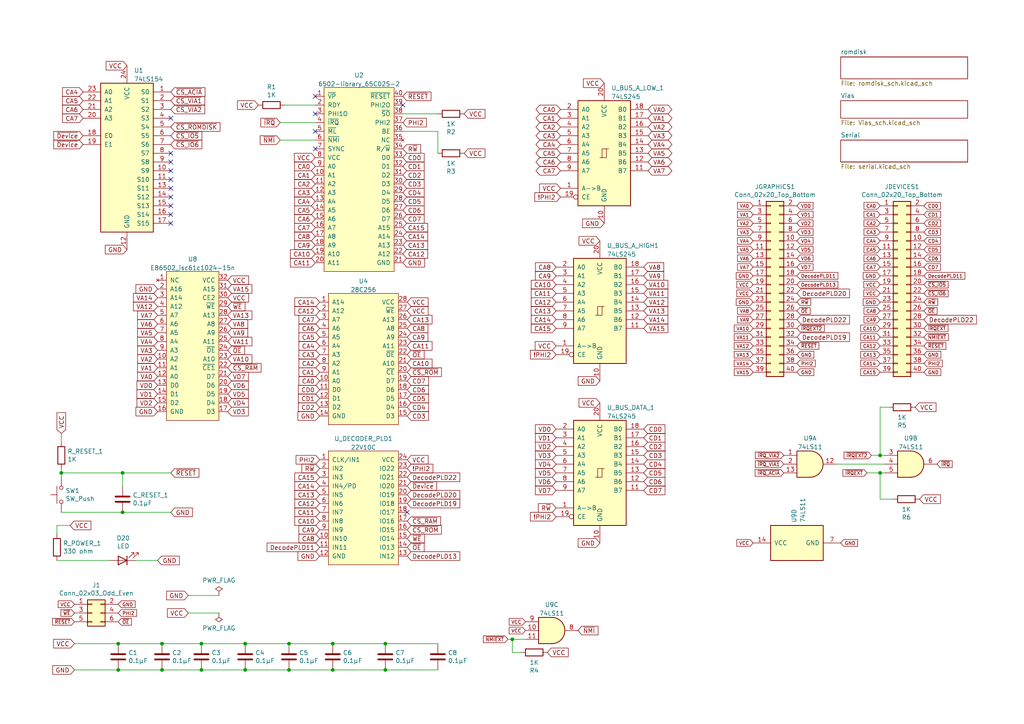
<source format=kicad_sch>
(kicad_sch (version 20211123) (generator eeschema)
  (paper "A4")
  (lib_symbols
    (symbol "6502:22V10C" (pin_names (offset 1.016))
      (property "Reference" "U" (at 0 1.27 0))
      (property "Value" "22V10C" (at 0 -1.27 0))
      (symbol "22V10C_1_1"
        (pin input line (at -12.7 13.97 0) (length 2.54) (name "CLK/IN1") (number "1"))
        (pin input line (at -12.7 -8.89 0) (length 2.54) (name "IN10") (number "10"))
        (pin input line (at -12.7 -11.43 0) (length 2.54) (name "IN11") (number "11"))
        (pin power_in line (at -12.7 -13.97 0) (length 2.54) (name "GND") (number "12"))
        (pin bidirectional line (at 12.7 -13.97 180) (length 2.54) (name "IN12") (number "13"))
        (pin bidirectional line (at 12.7 -11.43 180) (length 2.54) (name "IO13") (number "14"))
        (pin bidirectional line (at 12.7 -8.89 180) (length 2.54) (name "IO14") (number "15"))
        (pin bidirectional line (at 12.7 -6.35 180) (length 2.54) (name "IO15") (number "16"))
        (pin bidirectional line (at 12.7 -3.81 180) (length 2.54) (name "IO16") (number "17"))
        (pin bidirectional line (at 12.7 -1.27 180) (length 2.54) (name "IO17") (number "18"))
        (pin bidirectional line (at 12.7 1.27 180) (length 2.54) (name "IO18") (number "19"))
        (pin input line (at -12.7 11.43 0) (length 2.54) (name "IN2") (number "2"))
        (pin bidirectional line (at 12.7 3.81 180) (length 2.54) (name "IO19") (number "20"))
        (pin bidirectional line (at 12.7 6.35 180) (length 2.54) (name "IO20") (number "21"))
        (pin bidirectional line (at 12.7 8.89 180) (length 2.54) (name "IO21") (number "22"))
        (pin bidirectional line (at 12.7 11.43 180) (length 2.54) (name "IO22") (number "23"))
        (pin power_in line (at 12.7 13.97 180) (length 2.54) (name "VCC") (number "24"))
        (pin input line (at -12.7 8.89 0) (length 2.54) (name "IN3") (number "3"))
        (pin input line (at -12.7 6.35 0) (length 2.54) (name "IN4/PD") (number "4"))
        (pin input line (at -12.7 3.81 0) (length 2.54) (name "IN5") (number "5"))
        (pin input line (at -12.7 1.27 0) (length 2.54) (name "IN6") (number "6"))
        (pin input line (at -12.7 -1.27 0) (length 2.54) (name "IN7") (number "7"))
        (pin input line (at -12.7 -3.81 0) (length 2.54) (name "IN8") (number "8"))
        (pin input line (at -12.7 -6.35 0) (length 2.54) (name "IN9") (number "9"))
      )
    )
    (symbol "6502:28C256" (pin_names (offset 1.016))
      (property "Reference" "U" (at 0 -1.27 0))
      (property "Value" "28C256" (at 0 1.27 0))
      (symbol "28C256_1_1"
        (pin input line (at -12.7 16.51 0) (length 2.54) (name "A14") (number "1"))
        (pin input line (at -12.7 -6.35 0) (length 2.54) (name "A0") (number "10"))
        (pin bidirectional line (at -12.7 -8.89 0) (length 2.54) (name "D0") (number "11"))
        (pin bidirectional line (at -12.7 -11.43 0) (length 2.54) (name "D1") (number "12"))
        (pin bidirectional line (at -12.7 -13.97 0) (length 2.54) (name "D2") (number "13"))
        (pin power_in line (at -12.7 -16.51 0) (length 2.54) (name "GND") (number "14"))
        (pin bidirectional line (at 12.7 -16.51 180) (length 2.54) (name "D3") (number "15"))
        (pin bidirectional line (at 12.7 -13.97 180) (length 2.54) (name "D4") (number "16"))
        (pin bidirectional line (at 12.7 -11.43 180) (length 2.54) (name "D5") (number "17"))
        (pin bidirectional line (at 12.7 -8.89 180) (length 2.54) (name "D6") (number "18"))
        (pin bidirectional line (at 12.7 -6.35 180) (length 2.54) (name "D7") (number "19"))
        (pin input line (at -12.7 13.97 0) (length 2.54) (name "A12") (number "2"))
        (pin input line (at 12.7 -3.81 180) (length 2.54) (name "~{CE}") (number "20"))
        (pin input line (at 12.7 -1.27 180) (length 2.54) (name "A10") (number "21"))
        (pin input line (at 12.7 1.27 180) (length 2.54) (name "~{OE}") (number "22"))
        (pin input line (at 12.7 3.81 180) (length 2.54) (name "A11") (number "23"))
        (pin input line (at 12.7 6.35 180) (length 2.54) (name "A9") (number "24"))
        (pin input line (at 12.7 8.89 180) (length 2.54) (name "A8") (number "25"))
        (pin input line (at 12.7 11.43 180) (length 2.54) (name "A13") (number "26"))
        (pin input line (at 12.7 13.97 180) (length 2.54) (name "~{WE}") (number "27"))
        (pin power_in line (at 12.7 16.51 180) (length 2.54) (name "VCC") (number "28"))
        (pin input line (at -12.7 11.43 0) (length 2.54) (name "A7") (number "3"))
        (pin input line (at -12.7 8.89 0) (length 2.54) (name "A6") (number "4"))
        (pin input line (at -12.7 6.35 0) (length 2.54) (name "A5") (number "5"))
        (pin input line (at -12.7 3.81 0) (length 2.54) (name "A4") (number "6"))
        (pin input line (at -12.7 1.27 0) (length 2.54) (name "A3") (number "7"))
        (pin input line (at -12.7 -1.27 0) (length 2.54) (name "A2") (number "8"))
        (pin input line (at -12.7 -3.81 0) (length 2.54) (name "A1") (number "9"))
      )
    )
    (symbol "74xx:74LS11" (pin_names (offset 1.016))
      (property "Reference" "U" (at 0 1.27 0))
      (property "Value" "74LS11" (at 0 -1.27 0))
      (symbol "74LS11_1_1"
        (pin input line (at -7.62 2.54 0) (length 3.81) (name "~") (number "1"))
        (pin output line (at 7.62 0 180) (length 3.81) (name "~") (number "12"))
        (pin input line (at -7.62 -2.54 0) (length 3.81) (name "~") (number "13"))
        (pin input line (at -7.62 0 0) (length 3.81) (name "~") (number "2"))
      )
      (symbol "74LS11_1_2"
        (pin input inverted (at -7.62 2.54 0) (length 4.318) (name "~") (number "1"))
        (pin output inverted (at 7.62 0 180) (length 3.81) (name "~") (number "12"))
        (pin input inverted (at -7.62 -2.54 0) (length 4.318) (name "~") (number "13"))
        (pin input inverted (at -7.62 0 0) (length 4.953) (name "~") (number "2"))
      )
      (symbol "74LS11_2_1"
        (pin input line (at -7.62 2.54 0) (length 3.81) (name "~") (number "3"))
        (pin input line (at -7.62 0 0) (length 3.81) (name "~") (number "4"))
        (pin input line (at -7.62 -2.54 0) (length 3.81) (name "~") (number "5"))
        (pin output line (at 7.62 0 180) (length 3.81) (name "~") (number "6"))
      )
      (symbol "74LS11_2_2"
        (pin input inverted (at -7.62 2.54 0) (length 4.318) (name "~") (number "3"))
        (pin input inverted (at -7.62 0 0) (length 4.953) (name "~") (number "4"))
        (pin input inverted (at -7.62 -2.54 0) (length 4.318) (name "~") (number "5"))
        (pin output inverted (at 7.62 0 180) (length 3.81) (name "~") (number "6"))
      )
      (symbol "74LS11_3_1"
        (pin input line (at -7.62 0 0) (length 3.81) (name "~") (number "10"))
        (pin input line (at -7.62 -2.54 0) (length 3.81) (name "~") (number "11"))
        (pin output line (at 7.62 0 180) (length 3.81) (name "~") (number "8"))
        (pin input line (at -7.62 2.54 0) (length 3.81) (name "~") (number "9"))
      )
      (symbol "74LS11_3_2"
        (pin input inverted (at -7.62 0 0) (length 4.953) (name "~") (number "10"))
        (pin input inverted (at -7.62 -2.54 0) (length 4.318) (name "~") (number "11"))
        (pin output inverted (at 7.62 0 180) (length 3.81) (name "~") (number "8"))
        (pin input inverted (at -7.62 2.54 0) (length 4.318) (name "~") (number "9"))
      )
      (symbol "74LS11_4_0"
        (pin power_in line (at 0 12.7 270) (length 5.08) (name "VCC") (number "14"))
        (pin power_in line (at 0 -12.7 90) (length 5.08) (name "GND") (number "7"))
      )
    )
    (symbol "74xx:74LS154" (pin_names (offset 1.016))
      (property "Reference" "U" (at -7.62 21.59 0))
      (property "Value" "74LS154" (at -7.62 -24.13 0))
      (symbol "74LS154_1_0"
        (pin output line (at 12.7 17.78 180) (length 5.08) (name "S0") (number "1"))
        (pin output line (at 12.7 -5.08 180) (length 5.08) (name "S9") (number "10"))
        (pin output line (at 12.7 -7.62 180) (length 5.08) (name "S10") (number "11"))
        (pin power_in line (at 0 -27.94 90) (length 5.08) (name "GND") (number "12"))
        (pin output line (at 12.7 -10.16 180) (length 5.08) (name "S11") (number "13"))
        (pin output line (at 12.7 -12.7 180) (length 5.08) (name "S12") (number "14"))
        (pin output line (at 12.7 -15.24 180) (length 5.08) (name "S13") (number "15"))
        (pin output line (at 12.7 -17.78 180) (length 5.08) (name "S14") (number "16"))
        (pin output line (at 12.7 -20.32 180) (length 5.08) (name "S15") (number "17"))
        (pin input line (at -12.7 5.08 0) (length 5.08) (name "E0") (number "18"))
        (pin input line (at -12.7 2.54 0) (length 5.08) (name "E1") (number "19"))
        (pin output line (at 12.7 15.24 180) (length 5.08) (name "S1") (number "2"))
        (pin input line (at -12.7 10.16 0) (length 5.08) (name "A3") (number "20"))
        (pin input line (at -12.7 12.7 0) (length 5.08) (name "A2") (number "21"))
        (pin input line (at -12.7 15.24 0) (length 5.08) (name "A1") (number "22"))
        (pin input line (at -12.7 17.78 0) (length 5.08) (name "A0") (number "23"))
        (pin power_in line (at 0 25.4 270) (length 5.08) (name "VCC") (number "24"))
        (pin output line (at 12.7 12.7 180) (length 5.08) (name "S2") (number "3"))
        (pin output line (at 12.7 10.16 180) (length 5.08) (name "S3") (number "4"))
        (pin output line (at 12.7 7.62 180) (length 5.08) (name "S4") (number "5"))
        (pin output line (at 12.7 5.08 180) (length 5.08) (name "S5") (number "6"))
        (pin output line (at 12.7 2.54 180) (length 5.08) (name "S6") (number "7"))
        (pin output line (at 12.7 0 180) (length 5.08) (name "S7") (number "8"))
        (pin output line (at 12.7 -2.54 180) (length 5.08) (name "S8") (number "9"))
      )
    )
    (symbol "74xx:74LS245" (pin_names (offset 1.016))
      (property "Reference" "U" (at -7.62 16.51 0))
      (property "Value" "74LS245" (at -7.62 -16.51 0))
      (symbol "74LS245_1_0"
        (pin input line (at -12.7 -10.16 0) (length 5.08) (name "A->B") (number "1"))
        (pin power_in line (at 0 -20.32 90) (length 5.08) (name "GND") (number "10"))
        (pin tri_state line (at 12.7 -5.08 180) (length 5.08) (name "B7") (number "11"))
        (pin tri_state line (at 12.7 -2.54 180) (length 5.08) (name "B6") (number "12"))
        (pin tri_state line (at 12.7 0 180) (length 5.08) (name "B5") (number "13"))
        (pin tri_state line (at 12.7 2.54 180) (length 5.08) (name "B4") (number "14"))
        (pin tri_state line (at 12.7 5.08 180) (length 5.08) (name "B3") (number "15"))
        (pin tri_state line (at 12.7 7.62 180) (length 5.08) (name "B2") (number "16"))
        (pin tri_state line (at 12.7 10.16 180) (length 5.08) (name "B1") (number "17"))
        (pin tri_state line (at 12.7 12.7 180) (length 5.08) (name "B0") (number "18"))
        (pin input inverted (at -12.7 -12.7 0) (length 5.08) (name "CE") (number "19"))
        (pin tri_state line (at -12.7 12.7 0) (length 5.08) (name "A0") (number "2"))
        (pin power_in line (at 0 20.32 270) (length 5.08) (name "VCC") (number "20"))
        (pin tri_state line (at -12.7 10.16 0) (length 5.08) (name "A1") (number "3"))
        (pin tri_state line (at -12.7 7.62 0) (length 5.08) (name "A2") (number "4"))
        (pin tri_state line (at -12.7 5.08 0) (length 5.08) (name "A3") (number "5"))
        (pin tri_state line (at -12.7 2.54 0) (length 5.08) (name "A4") (number "6"))
        (pin tri_state line (at -12.7 0 0) (length 5.08) (name "A5") (number "7"))
        (pin tri_state line (at -12.7 -2.54 0) (length 5.08) (name "A6") (number "8"))
        (pin tri_state line (at -12.7 -5.08 0) (length 5.08) (name "A7") (number "9"))
      )
    )
    (symbol "Connector_Generic:Conn_02x03_Odd_Even" (pin_names (offset 1.016) hide)
      (property "Reference" "J" (at 1.27 5.08 0))
      (property "Value" "Conn_02x03_Odd_Even" (at 1.27 -5.08 0))
      (symbol "Conn_02x03_Odd_Even_1_1"
        (pin passive line (at -5.08 2.54 0) (length 3.81) (name "Pin_1") (number "1"))
        (pin passive line (at 7.62 2.54 180) (length 3.81) (name "Pin_2") (number "2"))
        (pin passive line (at -5.08 0 0) (length 3.81) (name "Pin_3") (number "3"))
        (pin passive line (at 7.62 0 180) (length 3.81) (name "Pin_4") (number "4"))
        (pin passive line (at -5.08 -2.54 0) (length 3.81) (name "Pin_5") (number "5"))
        (pin passive line (at 7.62 -2.54 180) (length 3.81) (name "Pin_6") (number "6"))
      )
    )
    (symbol "Connector_Generic:Conn_02x20_Odd_Even" (pin_names (offset 1.016) hide)
      (property "Reference" "J" (at 1.27 25.4 0))
      (property "Value" "Conn_02x20_Odd_Even" (at 1.27 -27.94 0))
      (symbol "Conn_02x20_Odd_Even_1_1"
        (pin passive line (at -5.08 22.86 0) (length 3.81) (name "Pin_1") (number "1"))
        (pin passive line (at 7.62 12.7 180) (length 3.81) (name "Pin_10") (number "10"))
        (pin passive line (at -5.08 10.16 0) (length 3.81) (name "Pin_11") (number "11"))
        (pin passive line (at 7.62 10.16 180) (length 3.81) (name "Pin_12") (number "12"))
        (pin passive line (at -5.08 7.62 0) (length 3.81) (name "Pin_13") (number "13"))
        (pin passive line (at 7.62 7.62 180) (length 3.81) (name "Pin_14") (number "14"))
        (pin passive line (at -5.08 5.08 0) (length 3.81) (name "Pin_15") (number "15"))
        (pin passive line (at 7.62 5.08 180) (length 3.81) (name "Pin_16") (number "16"))
        (pin passive line (at -5.08 2.54 0) (length 3.81) (name "Pin_17") (number "17"))
        (pin passive line (at 7.62 2.54 180) (length 3.81) (name "Pin_18") (number "18"))
        (pin passive line (at -5.08 0 0) (length 3.81) (name "Pin_19") (number "19"))
        (pin passive line (at 7.62 22.86 180) (length 3.81) (name "Pin_2") (number "2"))
        (pin passive line (at 7.62 0 180) (length 3.81) (name "Pin_20") (number "20"))
        (pin passive line (at -5.08 -2.54 0) (length 3.81) (name "Pin_21") (number "21"))
        (pin passive line (at 7.62 -2.54 180) (length 3.81) (name "Pin_22") (number "22"))
        (pin passive line (at -5.08 -5.08 0) (length 3.81) (name "Pin_23") (number "23"))
        (pin passive line (at 7.62 -5.08 180) (length 3.81) (name "Pin_24") (number "24"))
        (pin passive line (at -5.08 -7.62 0) (length 3.81) (name "Pin_25") (number "25"))
        (pin passive line (at 7.62 -7.62 180) (length 3.81) (name "Pin_26") (number "26"))
        (pin passive line (at -5.08 -10.16 0) (length 3.81) (name "Pin_27") (number "27"))
        (pin passive line (at 7.62 -10.16 180) (length 3.81) (name "Pin_28") (number "28"))
        (pin passive line (at -5.08 -12.7 0) (length 3.81) (name "Pin_29") (number "29"))
        (pin passive line (at -5.08 20.32 0) (length 3.81) (name "Pin_3") (number "3"))
        (pin passive line (at 7.62 -12.7 180) (length 3.81) (name "Pin_30") (number "30"))
        (pin passive line (at -5.08 -15.24 0) (length 3.81) (name "Pin_31") (number "31"))
        (pin passive line (at 7.62 -15.24 180) (length 3.81) (name "Pin_32") (number "32"))
        (pin passive line (at -5.08 -17.78 0) (length 3.81) (name "Pin_33") (number "33"))
        (pin passive line (at 7.62 -17.78 180) (length 3.81) (name "Pin_34") (number "34"))
        (pin passive line (at -5.08 -20.32 0) (length 3.81) (name "Pin_35") (number "35"))
        (pin passive line (at 7.62 -20.32 180) (length 3.81) (name "Pin_36") (number "36"))
        (pin passive line (at -5.08 -22.86 0) (length 3.81) (name "Pin_37") (number "37"))
        (pin passive line (at 7.62 -22.86 180) (length 3.81) (name "Pin_38") (number "38"))
        (pin passive line (at -5.08 -25.4 0) (length 3.81) (name "Pin_39") (number "39"))
        (pin passive line (at 7.62 20.32 180) (length 3.81) (name "Pin_4") (number "4"))
        (pin passive line (at 7.62 -25.4 180) (length 3.81) (name "Pin_40") (number "40"))
        (pin passive line (at -5.08 17.78 0) (length 3.81) (name "Pin_5") (number "5"))
        (pin passive line (at 7.62 17.78 180) (length 3.81) (name "Pin_6") (number "6"))
        (pin passive line (at -5.08 15.24 0) (length 3.81) (name "Pin_7") (number "7"))
        (pin passive line (at 7.62 15.24 180) (length 3.81) (name "Pin_8") (number "8"))
        (pin passive line (at -5.08 12.7 0) (length 3.81) (name "Pin_9") (number "9"))
      )
    )
    (symbol "Device:C" (pin_numbers hide) (pin_names (offset 0.254))
      (property "Reference" "C" (at 0.635 2.54 0))
      (property "Value" "C" (at 0.635 -2.54 0))
      (symbol "C_1_1"
        (pin passive line (at 0 3.81 270) (length 2.794) (name "~") (number "1"))
        (pin passive line (at 0 -3.81 90) (length 2.794) (name "~") (number "2"))
      )
    )
    (symbol "Device:LED" (pin_numbers hide) (pin_names (offset 1.016) hide)
      (property "Reference" "D" (at 0 2.54 0))
      (property "Value" "LED" (at 0 -2.54 0))
      (symbol "LED_1_1"
        (pin passive line (at -3.81 0 0) (length 2.54) (name "K") (number "1"))
        (pin passive line (at 3.81 0 180) (length 2.54) (name "A") (number "2"))
      )
    )
    (symbol "Device:R" (pin_numbers hide) (pin_names (offset 0))
      (property "Reference" "R" (at 2.032 0 90))
      (property "Value" "R" (at 0 0 90))
      (symbol "R_1_1"
        (pin passive line (at 0 3.81 270) (length 1.27) (name "~") (number "1"))
        (pin passive line (at 0 -3.81 90) (length 1.27) (name "~") (number "2"))
      )
    )
    (symbol "EB6502-cache:EB6502_isc61c1024-15n" (pin_names (offset 1.016))
      (property "Reference" "U" (at 0 21.59 0))
      (property "Value" "EB6502_isc61c1024-15n" (at 0 24.13 0))
      (symbol "EB6502_isc61c1024-15n_1_1"
        (pin no_connect line (at -10.16 17.78 0) (length 2.54) (name "NC") (number "1"))
        (pin input line (at -10.16 -5.08 0) (length 2.54) (name "A2") (number "10"))
        (pin input line (at -10.16 -7.62 0) (length 2.54) (name "A1") (number "11"))
        (pin input line (at -10.16 -10.16 0) (length 2.54) (name "A0") (number "12"))
        (pin bidirectional line (at -10.16 -12.7 0) (length 2.54) (name "D0") (number "13"))
        (pin bidirectional line (at -10.16 -15.24 0) (length 2.54) (name "D1") (number "14"))
        (pin bidirectional line (at -10.16 -17.78 0) (length 2.54) (name "D2") (number "15"))
        (pin power_in line (at -10.16 -20.32 0) (length 2.54) (name "GND") (number "16"))
        (pin bidirectional line (at 10.16 -20.32 180) (length 2.54) (name "D3") (number "17"))
        (pin bidirectional line (at 10.16 -17.78 180) (length 2.54) (name "D4") (number "18"))
        (pin bidirectional line (at 10.16 -15.24 180) (length 2.54) (name "D5") (number "19"))
        (pin input line (at -10.16 15.24 0) (length 2.54) (name "A16") (number "2"))
        (pin bidirectional line (at 10.16 -12.7 180) (length 2.54) (name "D6") (number "20"))
        (pin bidirectional line (at 10.16 -10.16 180) (length 2.54) (name "D7") (number "21"))
        (pin input line (at 10.16 -7.62 180) (length 2.54) (name "~{CE1}") (number "22"))
        (pin input line (at 10.16 -5.08 180) (length 2.54) (name "A10") (number "23"))
        (pin input line (at 10.16 -2.54 180) (length 2.54) (name "~{OE}") (number "24"))
        (pin input line (at 10.16 0 180) (length 2.54) (name "A11") (number "25"))
        (pin input line (at 10.16 2.54 180) (length 2.54) (name "A9") (number "26"))
        (pin input line (at 10.16 5.08 180) (length 2.54) (name "A8") (number "27"))
        (pin input line (at 10.16 7.62 180) (length 2.54) (name "A13") (number "28"))
        (pin input line (at 10.16 10.16 180) (length 2.54) (name "~{WE}") (number "29"))
        (pin input line (at -10.16 12.7 0) (length 2.54) (name "A14") (number "3"))
        (pin input line (at 10.16 12.7 180) (length 2.54) (name "CE2") (number "30"))
        (pin input line (at 10.16 15.24 180) (length 2.54) (name "A15") (number "31"))
        (pin power_in line (at 10.16 17.78 180) (length 2.54) (name "VCC") (number "32"))
        (pin input line (at -10.16 10.16 0) (length 2.54) (name "A12") (number "4"))
        (pin input line (at -10.16 7.62 0) (length 2.54) (name "A7") (number "5"))
        (pin input line (at -10.16 5.08 0) (length 2.54) (name "A6") (number "6"))
        (pin input line (at -10.16 2.54 0) (length 2.54) (name "A5") (number "7"))
        (pin input line (at -10.16 0 0) (length 2.54) (name "A4") (number "8"))
        (pin input line (at -10.16 -2.54 0) (length 2.54) (name "A3") (number "9"))
      )
    )
    (symbol "EB6502-custom:6502-library_65C02S-2" (pin_names (offset 1.016))
      (property "Reference" "U2" (at 0 28.9728 0))
      (property "Value" "6502-library_65C02S-2" (at 0 26.4359 0))
      (symbol "6502-library_65C02S-2_1_1"
        (pin output line (at -12.7 22.86 0) (length 2.54) (name "~{VP}") (number "1"))
        (pin tri_state line (at -12.7 0 0) (length 2.54) (name "A1") (number "10"))
        (pin tri_state line (at -12.7 -2.54 0) (length 2.54) (name "A2") (number "11"))
        (pin tri_state line (at -12.7 -5.08 0) (length 2.54) (name "A3") (number "12"))
        (pin tri_state line (at -12.7 -7.62 0) (length 2.54) (name "A4") (number "13"))
        (pin tri_state line (at -12.7 -10.16 0) (length 2.54) (name "A5") (number "14"))
        (pin tri_state line (at -12.7 -12.7 0) (length 2.54) (name "A6") (number "15"))
        (pin tri_state line (at -12.7 -15.24 0) (length 2.54) (name "A7") (number "16"))
        (pin tri_state line (at -12.7 -17.78 0) (length 2.54) (name "A8") (number "17"))
        (pin tri_state line (at -12.7 -20.32 0) (length 2.54) (name "A9") (number "18"))
        (pin tri_state line (at -12.7 -22.86 0) (length 2.54) (name "A10") (number "19"))
        (pin bidirectional line (at -12.7 20.32 0) (length 2.54) (name "RDY") (number "2"))
        (pin tri_state line (at -12.7 -25.4 0) (length 2.54) (name "A11") (number "20"))
        (pin power_in line (at 12.7 -25.4 180) (length 2.54) (name "GND") (number "21"))
        (pin tri_state line (at 12.7 -22.86 180) (length 2.54) (name "A12") (number "22"))
        (pin tri_state line (at 12.7 -20.32 180) (length 2.54) (name "A13") (number "23"))
        (pin tri_state line (at 12.7 -17.78 180) (length 2.54) (name "A14") (number "24"))
        (pin tri_state line (at 12.7 -15.24 180) (length 2.54) (name "A15") (number "25"))
        (pin bidirectional line (at 12.7 -12.7 180) (length 2.54) (name "D7") (number "26"))
        (pin bidirectional line (at 12.7 -10.16 180) (length 2.54) (name "D6") (number "27"))
        (pin bidirectional line (at 12.7 -7.62 180) (length 2.54) (name "D5") (number "28"))
        (pin bidirectional line (at 12.7 -5.08 180) (length 2.54) (name "D4") (number "29"))
        (pin output line (at -12.7 17.78 0) (length 2.54) (name "PHI1O") (number "3"))
        (pin bidirectional line (at 12.7 -2.54 180) (length 2.54) (name "D3") (number "30"))
        (pin bidirectional line (at 12.7 0 180) (length 2.54) (name "D2") (number "31"))
        (pin bidirectional line (at 12.7 2.54 180) (length 2.54) (name "D1") (number "32"))
        (pin bidirectional line (at 12.7 5.08 180) (length 2.54) (name "D0") (number "33"))
        (pin output line (at 12.7 7.62 180) (length 2.54) (name "R/~{W}") (number "34"))
        (pin no_connect line (at 12.7 10.16 180) (length 2.54) (name "NC") (number "35"))
        (pin input line (at 12.7 12.7 180) (length 2.54) (name "BE") (number "36"))
        (pin input line (at 12.7 15.24 180) (length 2.54) (name "PHI2") (number "37"))
        (pin input line (at 12.7 17.78 180) (length 2.54) (name "~{SO}") (number "38"))
        (pin input line (at 12.7 20.32 180) (length 2.54) (name "PHI2O") (number "39"))
        (pin input line (at -12.7 15.24 0) (length 2.54) (name "~{IRQ}") (number "4"))
        (pin input line (at 12.7 22.86 180) (length 2.54) (name "~{RESET}") (number "40"))
        (pin output line (at -12.7 12.7 0) (length 2.54) (name "~{ML}") (number "5"))
        (pin input line (at -12.7 10.16 0) (length 2.54) (name "~{NMI}") (number "6"))
        (pin output line (at -12.7 7.62 0) (length 2.54) (name "SYNC") (number "7"))
        (pin power_in line (at -12.7 5.08 0) (length 2.54) (name "VCC") (number "8"))
        (pin tri_state line (at -12.7 2.54 0) (length 2.54) (name "A0") (number "9"))
      )
    )
    (symbol "Switch:SW_Push" (pin_numbers hide) (pin_names (offset 1.016) hide)
      (property "Reference" "SW" (at 1.27 2.54 0))
      (property "Value" "SW_Push" (at 0 -1.524 0))
      (symbol "SW_Push_0_1"
        (pin passive line (at -5.08 0 0) (length 2.54) (name "1") (number "1"))
        (pin passive line (at 5.08 0 180) (length 2.54) (name "2") (number "2"))
      )
    )
    (symbol "power:PWR_FLAG" (power) (pin_numbers hide) (pin_names (offset 0) hide)
      (property "Value" "PWR_FLAG" (at 0 3.81 0))
      (symbol "PWR_FLAG_0_0"
        (pin power_out line (at 0 0 90) (length 0) (name "pwr") (number "1"))
      )
    )
  )
  (junction (at 34.29 186.69))
  (junction (at 34.29 194.31))
  (junction (at 35.56 148.59))
  (junction (at 71.12 186.69))
  (junction (at 96.52 186.69))
  (junction (at 148.59 185.42))
  (junction (at 83.82 194.31))
  (junction (at 46.99 194.31))
  (junction (at 58.42 194.31))
  (junction (at 71.12 194.31))
  (junction (at 58.42 186.69))
  (junction (at 111.76 194.31))
  (junction (at 96.52 194.31))
  (junction (at 83.82 186.69))
  (junction (at 17.78 137.16))
  (junction (at 46.99 186.69))
  (junction (at 35.56 137.16))
  (junction (at 111.76 186.69))
  (junction (at 255.27 132.08))
  (junction (at 255.27 137.16))
  (no_connect (at 118.11 148.59))
  (no_connect (at 91.44 38.1))
  (no_connect (at 91.44 27.94))
  (no_connect (at 91.44 33.02))
  (no_connect (at 91.44 43.18))
  (no_connect (at 116.84 30.48))
  (no_connect (at 49.53 46.99))
  (no_connect (at 49.53 44.45))
  (no_connect (at 49.53 54.61))
  (no_connect (at 49.53 49.53))
  (no_connect (at 49.53 52.07))
  (no_connect (at 49.53 57.15))
  (no_connect (at 49.53 59.69))
  (no_connect (at 49.53 64.77))
  (no_connect (at 49.53 62.23))
  (no_connect (at 49.53 34.29))
  (wire (pts (xy 16.51 162.56) (xy 31.75 162.56)))
  (wire (pts (xy 46.99 186.69) (xy 58.42 186.69)))
  (wire (pts (xy 17.78 135.89) (xy 17.78 137.16)))
  (wire (pts (xy 96.52 194.31) (xy 111.76 194.31)))
  (wire (pts (xy 242.57 134.62) (xy 256.54 134.62)))
  (wire (pts (xy 17.78 137.16) (xy 35.56 137.16)))
  (wire (pts (xy 116.84 38.1) (xy 127 38.1)))
  (wire (pts (xy 49.53 148.59) (xy 35.56 148.59)))
  (wire (pts (xy 34.29 194.31) (xy 46.99 194.31)))
  (wire (pts (xy 255.27 118.11) (xy 255.27 132.08)))
  (wire (pts (xy 111.76 194.31) (xy 127 194.31)))
  (wire (pts (xy 20.32 152.4) (xy 16.51 152.4)))
  (wire (pts (xy 46.99 194.31) (xy 58.42 194.31)))
  (wire (pts (xy 17.78 148.59) (xy 35.56 148.59)))
  (wire (pts (xy 82.55 30.48) (xy 91.44 30.48)))
  (wire (pts (xy 251.46 137.16) (xy 255.27 137.16)))
  (wire (pts (xy 127 33.02) (xy 116.84 33.02)))
  (wire (pts (xy 255.27 137.16) (xy 256.54 137.16)))
  (wire (pts (xy 255.27 144.78) (xy 255.27 137.16)))
  (wire (pts (xy 255.27 132.08) (xy 256.54 132.08)))
  (wire (pts (xy 81.28 35.56) (xy 91.44 35.56)))
  (wire (pts (xy 71.12 186.69) (xy 83.82 186.69)))
  (wire (pts (xy 35.56 140.97) (xy 35.56 137.16)))
  (wire (pts (xy 34.29 186.69) (xy 46.99 186.69)))
  (wire (pts (xy 151.13 189.23) (xy 148.59 189.23)))
  (wire (pts (xy 17.78 137.16) (xy 17.78 138.43)))
  (wire (pts (xy 21.59 194.31) (xy 34.29 194.31)))
  (wire (pts (xy 257.81 118.11) (xy 255.27 118.11)))
  (wire (pts (xy 147.32 185.42) (xy 148.59 185.42)))
  (wire (pts (xy 39.37 162.56) (xy 45.72 162.56)))
  (wire (pts (xy 148.59 189.23) (xy 148.59 185.42)))
  (wire (pts (xy 17.78 125.73) (xy 17.78 128.27)))
  (wire (pts (xy 58.42 194.31) (xy 71.12 194.31)))
  (wire (pts (xy 259.08 144.78) (xy 255.27 144.78)))
  (wire (pts (xy 54.61 172.72) (xy 63.5 172.72)))
  (wire (pts (xy 81.28 40.64) (xy 91.44 40.64)))
  (wire (pts (xy 21.59 186.69) (xy 34.29 186.69)))
  (wire (pts (xy 252.73 132.08) (xy 255.27 132.08)))
  (wire (pts (xy 54.61 177.8) (xy 63.5 177.8)))
  (wire (pts (xy 148.59 185.42) (xy 152.4 185.42)))
  (wire (pts (xy 16.51 152.4) (xy 16.51 154.94)))
  (wire (pts (xy 58.42 186.69) (xy 71.12 186.69)))
  (wire (pts (xy 35.56 137.16) (xy 49.53 137.16)))
  (wire (pts (xy 71.12 194.31) (xy 83.82 194.31)))
  (wire (pts (xy 111.76 186.69) (xy 127 186.69)))
  (wire (pts (xy 83.82 194.31) (xy 96.52 194.31)))
  (wire (pts (xy 96.52 186.69) (xy 111.76 186.69)))
  (wire (pts (xy 83.82 186.69) (xy 96.52 186.69)))
  (wire (pts (xy 127 38.1) (xy 127 44.45)))
  (global_label "CD7" (shape input) (at 267.97 77.47 0) (effects (font (size 0.9906 0.9906))) (property "Intersheet References" "${INTERSHEET_REFS}" (effects hide)))
  (global_label "CA4" (shape input) (at 255.27 69.85 180) (effects (font (size 0.9906 0.9906))) (property "Intersheet References" "${INTERSHEET_REFS}" (effects hide)))
  (global_label "CA6" (shape input) (at 92.71 95.25 180) (property "Intersheet References" "${INTERSHEET_REFS}" (effects hide)))
  (global_label "CD1" (shape input) (at 267.97 62.23 0) (effects (font (size 0.9906 0.9906))) (property "Intersheet References" "${INTERSHEET_REFS}" (effects hide)))
  (global_label "CA8" (shape input) (at 118.11 95.25 0) (property "Intersheet References" "${INTERSHEET_REFS}" (effects hide)))
  (global_label "VCC" (shape input) (at 118.11 133.35 0) (property "Intersheet References" "${INTERSHEET_REFS}" (effects hide)))
  (global_label "CA10" (shape input) (at 255.27 95.25 180) (effects (font (size 0.9906 0.9906))) (property "Intersheet References" "${INTERSHEET_REFS}" (effects hide)))
  (global_label "GND" (shape input) (at 45.72 83.82 180) (property "Intersheet References" "${INTERSHEET_REFS}" (effects hide)))
  (global_label "CA13" (shape input) (at 161.29 90.17 180) (property "Intersheet References" "${INTERSHEET_REFS}" (effects hide)))
  (global_label "VA4" (shape input) (at 218.44 69.85 180) (effects (font (size 0.9906 0.9906))) (property "Intersheet References" "${INTERSHEET_REFS}" (effects hide)))
  (global_label "VD1" (shape input) (at 45.72 114.3 180) (property "Intersheet References" "${INTERSHEET_REFS}" (effects hide)))
  (global_label "CD1" (shape input) (at 92.71 115.57 180) (property "Intersheet References" "${INTERSHEET_REFS}" (effects hide)))
  (global_label "VA12" (shape input) (at 218.44 100.33 180) (effects (font (size 0.9906 0.9906))) (property "Intersheet References" "${INTERSHEET_REFS}" (effects hide)))
  (global_label "VD7" (shape input) (at 161.29 142.24 180) (property "Intersheet References" "${INTERSHEET_REFS}" (effects hide)))
  (global_label "CA15" (shape input) (at 161.29 95.25 180) (property "Intersheet References" "${INTERSHEET_REFS}" (effects hide)))
  (global_label "VA13" (shape input) (at 66.04 91.44 0) (property "Intersheet References" "${INTERSHEET_REFS}" (effects hide)))
  (global_label "VD5" (shape input) (at 161.29 137.16 180) (property "Intersheet References" "${INTERSHEET_REFS}" (effects hide)))
  (global_label "DecodePLD13" (shape input) (at 231.14 82.55 0) (effects (font (size 0.9906 0.9906))) (property "Intersheet References" "${INTERSHEET_REFS}" (effects hide)))
  (global_label "DecodePLD11" (shape input) (at 267.97 80.01 0) (effects (font (size 0.9906 0.9906))) (property "Intersheet References" "${INTERSHEET_REFS}" (effects hide)))
  (global_label "GND" (shape input) (at 45.72 162.56 0) (property "Intersheet References" "${INTERSHEET_REFS}" (effects hide)))
  (global_label "CD6" (shape input) (at 267.97 74.93 0) (effects (font (size 0.9906 0.9906))) (property "Intersheet References" "${INTERSHEET_REFS}" (effects hide)))
  (global_label "GND" (shape input) (at 255.27 87.63 180) (effects (font (size 0.9906 0.9906))) (property "Intersheet References" "${INTERSHEET_REFS}" (effects hide)))
  (global_label "GND" (shape input) (at 267.97 107.95 0) (effects (font (size 0.9906 0.9906))) (property "Intersheet References" "${INTERSHEET_REFS}" (effects hide)))
  (global_label "CA12" (shape input) (at 92.71 90.17 180) (property "Intersheet References" "${INTERSHEET_REFS}" (effects hide)))
  (global_label "CD0" (shape input) (at 116.84 45.72 0) (property "Intersheet References" "${INTERSHEET_REFS}" (effects hide)))
  (global_label "CD4" (shape input) (at 267.97 69.85 0) (effects (font (size 0.9906 0.9906))) (property "Intersheet References" "${INTERSHEET_REFS}" (effects hide)))
  (global_label "PHI2" (shape input) (at 267.97 105.41 0) (effects (font (size 0.9906 0.9906))) (property "Intersheet References" "${INTERSHEET_REFS}" (effects hide)))
  (global_label "GND" (shape input) (at 36.83 72.39 180) (property "Intersheet References" "${INTERSHEET_REFS}" (effects hide)))
  (global_label "CA9" (shape input) (at 255.27 92.71 180) (effects (font (size 0.9906 0.9906))) (property "Intersheet References" "${INTERSHEET_REFS}" (effects hide)))
  (global_label "GND" (shape input) (at 54.61 172.72 180) (property "Intersheet References" "${INTERSHEET_REFS}" (effects hide)))
  (global_label "!PHI2" (shape input) (at 161.29 149.86 180) (property "Intersheet References" "${INTERSHEET_REFS}" (effects hide)))
  (global_label "CD3" (shape input) (at 118.11 120.65 0) (property "Intersheet References" "${INTERSHEET_REFS}" (effects hide)))
  (global_label "R~{W}" (shape input) (at 231.14 87.63 0) (effects (font (size 0.9906 0.9906))) (property "Intersheet References" "${INTERSHEET_REFS}" (effects hide)))
  (global_label "VD4" (shape input) (at 161.29 134.62 180) (property "Intersheet References" "${INTERSHEET_REFS}" (effects hide)))
  (global_label "CA11" (shape input) (at 161.29 85.09 180) (property "Intersheet References" "${INTERSHEET_REFS}" (effects hide)))
  (global_label "CA5" (shape input) (at 255.27 72.39 180) (effects (font (size 0.9906 0.9906))) (property "Intersheet References" "${INTERSHEET_REFS}" (effects hide)))
  (global_label "GND" (shape input) (at 218.44 87.63 180) (effects (font (size 0.9906 0.9906))) (property "Intersheet References" "${INTERSHEET_REFS}" (effects hide)))
  (global_label "CA0" (shape input) (at 92.71 110.49 180) (property "Intersheet References" "${INTERSHEET_REFS}" (effects hide)))
  (global_label "VD0" (shape input) (at 161.29 124.46 180) (property "Intersheet References" "${INTERSHEET_REFS}" (effects hide)))
  (global_label "~{WE}" (shape input) (at 21.59 177.8 180) (effects (font (size 0.9906 0.9906))) (property "Intersheet References" "${INTERSHEET_REFS}" (effects hide)))
  (global_label "CA4" (shape input) (at 92.71 100.33 180) (property "Intersheet References" "${INTERSHEET_REFS}" (effects hide)))
  (global_label "CA8" (shape input) (at 92.71 156.21 180) (property "Intersheet References" "${INTERSHEET_REFS}" (effects hide)))
  (global_label "VD3" (shape input) (at 161.29 132.08 180) (property "Intersheet References" "${INTERSHEET_REFS}" (effects hide)))
  (global_label "VA2" (shape tri_state) (at 187.96 36.83 0) (property "Intersheet References" "${INTERSHEET_REFS}" (effects hide)))
  (global_label "~{NMIEXT}" (shape input) (at 147.32 185.42 180) (effects (font (size 0.9906 0.9906))) (property "Intersheet References" "${INTERSHEET_REFS}" (effects hide)))
  (global_label "VD0" (shape input) (at 231.14 59.69 0) (effects (font (size 0.9906 0.9906))) (property "Intersheet References" "${INTERSHEET_REFS}" (effects hide)))
  (global_label "CA11" (shape input) (at 255.27 97.79 180) (effects (font (size 0.9906 0.9906))) (property "Intersheet References" "${INTERSHEET_REFS}" (effects hide)))
  (global_label "CD5" (shape input) (at 267.97 72.39 0) (effects (font (size 0.9906 0.9906))) (property "Intersheet References" "${INTERSHEET_REFS}" (effects hide)))
  (global_label "CD2" (shape input) (at 186.69 129.54 0) (property "Intersheet References" "${INTERSHEET_REFS}" (effects hide)))
  (global_label "CA6" (shape input) (at 91.44 63.5 180) (property "Intersheet References" "${INTERSHEET_REFS}" (effects hide)))
  (global_label "CA2" (shape input) (at 91.44 53.34 180) (property "Intersheet References" "${INTERSHEET_REFS}" (effects hide)))
  (global_label "VCC" (shape input) (at 173.99 69.85 180) (property "Intersheet References" "${INTERSHEET_REFS}" (effects hide)))
  (global_label "~{IRQ_VIA2}" (shape input) (at 227.33 132.08 180) (effects (font (size 0.9906 0.9906))) (property "Intersheet References" "${INTERSHEET_REFS}" (effects hide)))
  (global_label "VA8" (shape input) (at 218.44 90.17 180) (effects (font (size 0.9906 0.9906))) (property "Intersheet References" "${INTERSHEET_REFS}" (effects hide)))
  (global_label "CA1" (shape input) (at 255.27 62.23 180) (effects (font (size 0.9906 0.9906))) (property "Intersheet References" "${INTERSHEET_REFS}" (effects hide)))
  (global_label "CA6" (shape input) (at 255.27 74.93 180) (effects (font (size 0.9906 0.9906))) (property "Intersheet References" "${INTERSHEET_REFS}" (effects hide)))
  (global_label "CD7" (shape input) (at 186.69 142.24 0) (property "Intersheet References" "${INTERSHEET_REFS}" (effects hide)))
  (global_label "CD7" (shape input) (at 118.11 110.49 0) (property "Intersheet References" "${INTERSHEET_REFS}" (effects hide)))
  (global_label "~{IRQEXT}" (shape input) (at 251.46 137.16 180) (effects (font (size 0.9906 0.9906))) (property "Intersheet References" "${INTERSHEET_REFS}" (effects hide)))
  (global_label "CA10" (shape input) (at 92.71 151.13 180) (property "Intersheet References" "${INTERSHEET_REFS}" (effects hide)))
  (global_label "VA11" (shape input) (at 186.69 85.09 0) (property "Intersheet References" "${INTERSHEET_REFS}" (effects hide)))
  (global_label "CA3" (shape input) (at 91.44 55.88 180) (property "Intersheet References" "${INTERSHEET_REFS}" (effects hide)))
  (global_label "VA15" (shape input) (at 186.69 95.25 0) (property "Intersheet References" "${INTERSHEET_REFS}" (effects hide)))
  (global_label "GND" (shape input) (at 92.71 120.65 180) (property "Intersheet References" "${INTERSHEET_REFS}" (effects hide)))
  (global_label "VA9" (shape input) (at 186.69 80.01 0) (property "Intersheet References" "${INTERSHEET_REFS}" (effects hide)))
  (global_label "DecodePLD11" (shape input) (at 92.71 158.75 180) (property "Intersheet References" "${INTERSHEET_REFS}" (effects hide)))
  (global_label "~{WE}" (shape input) (at 118.11 156.21 0) (property "Intersheet References" "${INTERSHEET_REFS}" (effects hide)))
  (global_label "~{CS_RAM}" (shape input) (at 66.04 106.68 0) (property "Intersheet References" "${INTERSHEET_REFS}" (effects hide)))
  (global_label "~{RESET}" (shape input) (at 116.84 27.94 0) (property "Intersheet References" "${INTERSHEET_REFS}" (effects hide)))
  (global_label "PHI2" (shape input) (at 92.71 133.35 180) (property "Intersheet References" "${INTERSHEET_REFS}" (effects hide)))
  (global_label "CA4" (shape input) (at 24.13 26.67 180) (property "Intersheet References" "${INTERSHEET_REFS}" (effects hide)))
  (global_label "VA13" (shape input) (at 186.69 90.17 0) (property "Intersheet References" "${INTERSHEET_REFS}" (effects hide)))
  (global_label "VCC" (shape input) (at 134.62 44.45 0) (property "Intersheet References" "${INTERSHEET_REFS}" (effects hide)))
  (global_label "VA15" (shape input) (at 66.04 83.82 0) (property "Intersheet References" "${INTERSHEET_REFS}" (effects hide)))
  (global_label "CA13" (shape input) (at 255.27 102.87 180) (effects (font (size 0.9906 0.9906))) (property "Intersheet References" "${INTERSHEET_REFS}" (effects hide)))
  (global_label "~{OE}" (shape input) (at 34.29 180.34 0) (effects (font (size 0.9906 0.9906))) (property "Intersheet References" "${INTERSHEET_REFS}" (effects hide)))
  (global_label "VA3" (shape tri_state) (at 187.96 39.37 0) (property "Intersheet References" "${INTERSHEET_REFS}" (effects hide)))
  (global_label "CA9" (shape input) (at 118.11 97.79 0) (property "Intersheet References" "${INTERSHEET_REFS}" (effects hide)))
  (global_label "R~{W}" (shape input) (at 92.71 135.89 180) (property "Intersheet References" "${INTERSHEET_REFS}" (effects hide)))
  (global_label "~{RESET}" (shape input) (at 231.14 100.33 0) (effects (font (size 0.9906 0.9906))) (property "Intersheet References" "${INTERSHEET_REFS}" (effects hide)))
  (global_label "VCC" (shape input) (at 36.83 19.05 180) (property "Intersheet References" "${INTERSHEET_REFS}" (effects hide)))
  (global_label "~{IRQ}" (shape input) (at 271.78 134.62 0) (effects (font (size 0.9906 0.9906))) (property "Intersheet References" "${INTERSHEET_REFS}" (effects hide)))
  (global_label "VA1" (shape input) (at 45.72 106.68 180) (property "Intersheet References" "${INTERSHEET_REFS}" (effects hide)))
  (global_label "CA5" (shape input) (at 92.71 97.79 180) (property "Intersheet References" "${INTERSHEET_REFS}" (effects hide)))
  (global_label "CA1" (shape tri_state) (at 162.56 34.29 180) (property "Intersheet References" "${INTERSHEET_REFS}" (effects hide)))
  (global_label "VA8" (shape input) (at 66.04 93.98 0) (property "Intersheet References" "${INTERSHEET_REFS}" (effects hide)))
  (global_label "DecodePLD19" (shape input) (at 231.14 97.79 0) (property "Intersheet References" "${INTERSHEET_REFS}" (effects hide)))
  (global_label "CA13" (shape input) (at 92.71 143.51 180) (property "Intersheet References" "${INTERSHEET_REFS}" (effects hide)))
  (global_label "VCC" (shape input) (at 66.04 86.36 0) (property "Intersheet References" "${INTERSHEET_REFS}" (effects hide)))
  (global_label "VD1" (shape input) (at 231.14 62.23 0) (effects (font (size 0.9906 0.9906))) (property "Intersheet References" "${INTERSHEET_REFS}" (effects hide)))
  (global_label "VA8" (shape input) (at 186.69 77.47 0) (property "Intersheet References" "${INTERSHEET_REFS}" (effects hide)))
  (global_label "VA5" (shape tri_state) (at 187.96 44.45 0) (property "Intersheet References" "${INTERSHEET_REFS}" (effects hide)))
  (global_label "VA2" (shape input) (at 45.72 104.14 180) (property "Intersheet References" "${INTERSHEET_REFS}" (effects hide)))
  (global_label "~{CS_RAM}" (shape input) (at 118.11 151.13 0) (property "Intersheet References" "${INTERSHEET_REFS}" (effects hide)))
  (global_label "PHI2" (shape input) (at 34.29 177.8 0) (effects (font (size 0.9906 0.9906))) (property "Intersheet References" "${INTERSHEET_REFS}" (effects hide)))
  (global_label "CA6" (shape tri_state) (at 162.56 46.99 180) (property "Intersheet References" "${INTERSHEET_REFS}" (effects hide)))
  (global_label "!PHI2" (shape input) (at 162.56 57.15 180) (property "Intersheet References" "${INTERSHEET_REFS}" (effects hide)))
  (global_label "~{CS_ROMDISK}" (shape input) (at 49.53 36.83 0) (property "Intersheet References" "${INTERSHEET_REFS}" (effects hide)))
  (global_label "CA14" (shape input) (at 92.71 140.97 180) (property "Intersheet References" "${INTERSHEET_REFS}" (effects hide)))
  (global_label "R~{W}" (shape input) (at 161.29 147.32 180) (property "Intersheet References" "${INTERSHEET_REFS}" (effects hide)))
  (global_label "~{CS_IO6}" (shape input) (at 49.53 41.91 0) (property "Intersheet References" "${INTERSHEET_REFS}" (effects hide)))
  (global_label "VA14" (shape input) (at 45.72 86.36 180) (property "Intersheet References" "${INTERSHEET_REFS}" (effects hide)))
  (global_label "~{OE}" (shape input) (at 118.11 158.75 0) (property "Intersheet References" "${INTERSHEET_REFS}" (effects hide)))
  (global_label "VA3" (shape input) (at 45.72 101.6 180) (property "Intersheet References" "${INTERSHEET_REFS}" (effects hide)))
  (global_label "VD7" (shape input) (at 66.04 109.22 0) (property "Intersheet References" "${INTERSHEET_REFS}" (effects hide)))
  (global_label "CA0" (shape tri_state) (at 162.56 31.75 180) (property "Intersheet References" "${INTERSHEET_REFS}" (effects hide)))
  (global_label "GND" (shape input) (at 218.44 80.01 180) (effects (font (size 0.9906 0.9906))) (property "Intersheet References" "${INTERSHEET_REFS}" (effects hide)))
  (global_label "CA5" (shape tri_state) (at 162.56 44.45 180) (property "Intersheet References" "${INTERSHEET_REFS}" (effects hide)))
  (global_label "VCC" (shape input) (at 20.32 152.4 0) (property "Intersheet References" "${INTERSHEET_REFS}" (effects hide)))
  (global_label "CA12" (shape input) (at 255.27 100.33 180) (effects (font (size 0.9906 0.9906))) (property "Intersheet References" "${INTERSHEET_REFS}" (effects hide)))
  (global_label "CA2" (shape input) (at 255.27 64.77 180) (effects (font (size 0.9906 0.9906))) (property "Intersheet References" "${INTERSHEET_REFS}" (effects hide)))
  (global_label "CD4" (shape input) (at 186.69 134.62 0) (property "Intersheet References" "${INTERSHEET_REFS}" (effects hide)))
  (global_label "DecodePLD19" (shape input) (at 118.11 146.05 0) (property "Intersheet References" "${INTERSHEET_REFS}" (effects hide)))
  (global_label "VA5" (shape input) (at 45.72 96.52 180) (property "Intersheet References" "${INTERSHEET_REFS}" (effects hide)))
  (global_label "VA11" (shape input) (at 218.44 97.79 180) (effects (font (size 0.9906 0.9906))) (property "Intersheet References" "${INTERSHEET_REFS}" (effects hide)))
  (global_label "CD4" (shape input) (at 116.84 55.88 0) (property "Intersheet References" "${INTERSHEET_REFS}" (effects hide)))
  (global_label "~{Device}" (shape input) (at 24.13 41.91 180) (property "Intersheet References" "${INTERSHEET_REFS}" (effects hide)))
  (global_label "VD4" (shape input) (at 66.04 116.84 0) (property "Intersheet References" "${INTERSHEET_REFS}" (effects hide)))
  (global_label "VCC" (shape input) (at 266.7 144.78 0) (property "Intersheet References" "${INTERSHEET_REFS}" (effects hide)))
  (global_label "VA13" (shape input) (at 218.44 102.87 180) (effects (font (size 0.9906 0.9906))) (property "Intersheet References" "${INTERSHEET_REFS}" (effects hide)))
  (global_label "VCC" (shape input) (at 255.27 85.09 180) (effects (font (size 0.9906 0.9906))) (property "Intersheet References" "${INTERSHEET_REFS}" (effects hide)))
  (global_label "CA5" (shape input) (at 24.13 29.21 180) (property "Intersheet References" "${INTERSHEET_REFS}" (effects hide)))
  (global_label "R~{W}" (shape input) (at 267.97 87.63 0) (effects (font (size 0.9906 0.9906))) (property "Intersheet References" "${INTERSHEET_REFS}" (effects hide)))
  (global_label "VCC" (shape input) (at 21.59 186.69 180) (property "Intersheet References" "${INTERSHEET_REFS}" (effects hide)))
  (global_label "GND" (shape input) (at 34.29 175.26 0) (effects (font (size 0.9906 0.9906))) (property "Intersheet References" "${INTERSHEET_REFS}" (effects hide)))
  (global_label "~{CS_IO5}" (shape input) (at 267.97 82.55 0) (effects (font (size 0.9906 0.9906))) (property "Intersheet References" "${INTERSHEET_REFS}" (effects hide)))
  (global_label "VA14" (shape input) (at 186.69 92.71 0) (property "Intersheet References" "${INTERSHEET_REFS}" (effects hide)))
  (global_label "CA14" (shape input) (at 161.29 92.71 180) (property "Intersheet References" "${INTERSHEET_REFS}" (effects hide)))
  (global_label "~{CS_VIA2}" (shape input) (at 49.53 31.75 0) (property "Intersheet References" "${INTERSHEET_REFS}" (effects hide)))
  (global_label "VCC" (shape input) (at 21.59 175.26 180) (effects (font (size 0.9906 0.9906))) (property "Intersheet References" "${INTERSHEET_REFS}" (effects hide)))
  (global_label "CA13" (shape input) (at 118.11 92.71 0) (property "Intersheet References" "${INTERSHEET_REFS}" (effects hide)))
  (global_label "CA9" (shape input) (at 91.44 71.12 180) (property "Intersheet References" "${INTERSHEET_REFS}" (effects hide)))
  (global_label "CD1" (shape input) (at 116.84 48.26 0) (property "Intersheet References" "${INTERSHEET_REFS}" (effects hide)))
  (global_label "CD2" (shape input) (at 267.97 64.77 0) (effects (font (size 0.9906 0.9906))) (property "Intersheet References" "${INTERSHEET_REFS}" (effects hide)))
  (global_label "CA7" (shape input) (at 91.44 66.04 180) (property "Intersheet References" "${INTERSHEET_REFS}" (effects hide)))
  (global_label "CA3" (shape tri_state) (at 162.56 39.37 180) (property "Intersheet References" "${INTERSHEET_REFS}" (effects hide)))
  (global_label "CD4" (shape input) (at 118.11 118.11 0) (property "Intersheet References" "${INTERSHEET_REFS}" (effects hide)))
  (global_label "VA6" (shape input) (at 218.44 74.93 180) (effects (font (size 0.9906 0.9906))) (property "Intersheet References" "${INTERSHEET_REFS}" (effects hide)))
  (global_label "CA1" (shape input) (at 91.44 50.8 180) (property "Intersheet References" "${INTERSHEET_REFS}" (effects hide)))
  (global_label "VA0" (shape input) (at 45.72 109.22 180) (property "Intersheet References" "${INTERSHEET_REFS}" (effects hide)))
  (global_label "VA7" (shape input) (at 45.72 91.44 180) (property "Intersheet References" "${INTERSHEET_REFS}" (effects hide)))
  (global_label "DecodePLD13" (shape input) (at 118.11 161.29 0) (property "Intersheet References" "${INTERSHEET_REFS}" (effects hide)))
  (global_label "VCC" (shape input) (at 17.78 125.73 90) (property "Intersheet References" "${INTERSHEET_REFS}" (effects hide)))
  (global_label "VD4" (shape input) (at 231.14 69.85 0) (effects (font (size 0.9906 0.9906))) (property "Intersheet References" "${INTERSHEET_REFS}" (effects hide)))
  (global_label "VA0" (shape input) (at 218.44 59.69 180) (effects (font (size 0.9906 0.9906))) (property "Intersheet References" "${INTERSHEET_REFS}" (effects hide)))
  (global_label "CD7" (shape input) (at 116.84 63.5 0) (property "Intersheet References" "${INTERSHEET_REFS}" (effects hide)))
  (global_label "VA9" (shape input) (at 218.44 92.71 180) (effects (font (size 0.9906 0.9906))) (property "Intersheet References" "${INTERSHEET_REFS}" (effects hide)))
  (global_label "CA1" (shape input) (at 92.71 107.95 180) (property "Intersheet References" "${INTERSHEET_REFS}" (effects hide)))
  (global_label "CA10" (shape input) (at 91.44 73.66 180) (property "Intersheet References" "${INTERSHEET_REFS}" (effects hide)))
  (global_label "CA15" (shape input) (at 92.71 138.43 180) (property "Intersheet References" "${INTERSHEET_REFS}" (effects hide)))
  (global_label "CA10" (shape input) (at 118.11 105.41 0) (property "Intersheet References" "${INTERSHEET_REFS}" (effects hide)))
  (global_label "VA14" (shape input) (at 218.44 105.41 180) (effects (font (size 0.9906 0.9906))) (property "Intersheet References" "${INTERSHEET_REFS}" (effects hide)))
  (global_label "VA10" (shape input) (at 218.44 95.25 180) (effects (font (size 0.9906 0.9906))) (property "Intersheet References" "${INTERSHEET_REFS}" (effects hide)))
  (global_label "VD2" (shape input) (at 161.29 129.54 180) (property "Intersheet References" "${INTERSHEET_REFS}" (effects hide)))
  (global_label "GND" (shape input) (at 21.59 194.31 180) (property "Intersheet References" "${INTERSHEET_REFS}" (effects hide)))
  (global_label "~{CS_IO5}" (shape input) (at 49.53 39.37 0) (property "Intersheet References" "${INTERSHEET_REFS}" (effects hide)))
  (global_label "VA0" (shape tri_state) (at 187.96 31.75 0) (property "Intersheet References" "${INTERSHEET_REFS}" (effects hide)))
  (global_label "CA12" (shape input) (at 161.29 87.63 180) (property "Intersheet References" "${INTERSHEET_REFS}" (effects hide)))
  (global_label "VD7" (shape input) (at 231.14 77.47 0) (effects (font (size 0.9906 0.9906))) (property "Intersheet References" "${INTERSHEET_REFS}" (effects hide)))
  (global_label "PHI2" (shape input) (at 116.84 35.56 0) (property "Intersheet References" "${INTERSHEET_REFS}" (effects hide)))
  (global_label "CA9" (shape input) (at 92.71 153.67 180) (property "Intersheet References" "${INTERSHEET_REFS}" (effects hide)))
  (global_label "~{RESET}" (shape input) (at 21.59 180.34 180) (effects (font (size 0.9906 0.9906))) (property "Intersheet References" "${INTERSHEET_REFS}" (effects hide)))
  (global_label "CA12" (shape input) (at 116.84 73.66 0) (property "Intersheet References" "${INTERSHEET_REFS}" (effects hide)))
  (global_label "~{OE}" (shape input) (at 66.04 101.6 0) (property "Intersheet References" "${INTERSHEET_REFS}" (effects hide)))
  (global_label "~{RESET}" (shape input) (at 49.53 137.16 0) (property "Intersheet References" "${INTERSHEET_REFS}" (effects hide)))
  (global_label "VA4" (shape tri_state) (at 187.96 41.91 0) (property "Intersheet References" "${INTERSHEET_REFS}" (effects hide)))
  (global_label "VA7" (shape tri_state) (at 187.96 49.53 0) (property "Intersheet References" "${INTERSHEET_REFS}" (effects hide)))
  (global_label "~{CS_IO6}" (shape input) (at 267.97 85.09 0) (effects (font (size 0.9906 0.9906))) (property "Intersheet References" "${INTERSHEET_REFS}" (effects hide)))
  (global_label "~{CS_ACIA}" (shape input) (at 49.53 26.67 0) (property "Intersheet References" "${INTERSHEET_REFS}" (effects hide)))
  (global_label "CA11" (shape input) (at 91.44 76.2 180) (property "Intersheet References" "${INTERSHEET_REFS}" (effects hide)))
  (global_label "VCC" (shape input) (at 74.93 30.48 180) (property "Intersheet References" "${INTERSHEET_REFS}" (effects hide)))
  (global_label "CA7" (shape tri_state) (at 162.56 49.53 180) (property "Intersheet References" "${INTERSHEET_REFS}" (effects hide)))
  (global_label "VA11" (shape input) (at 66.04 99.06 0) (property "Intersheet References" "${INTERSHEET_REFS}" (effects hide)))
  (global_label "VA10" (shape input) (at 66.04 104.14 0) (property "Intersheet References" "${INTERSHEET_REFS}" (effects hide)))
  (global_label "CD0" (shape input) (at 92.71 113.03 180) (property "Intersheet References" "${INTERSHEET_REFS}" (effects hide)))
  (global_label "VD1" (shape input) (at 161.29 127 180) (property "Intersheet References" "${INTERSHEET_REFS}" (effects hide)))
  (global_label "VA12" (shape input) (at 186.69 87.63 0) (property "Intersheet References" "${INTERSHEET_REFS}" (effects hide)))
  (global_label "CD2" (shape input) (at 92.71 118.11 180) (property "Intersheet References" "${INTERSHEET_REFS}" (effects hide)))
  (global_label "~{Device}" (shape input) (at 118.11 140.97 0) (property "Intersheet References" "${INTERSHEET_REFS}" (effects hide)))
  (global_label "~{IRQEXT2}" (shape input) (at 231.14 95.25 0) (effects (font (size 0.9906 0.9906))) (property "Intersheet References" "${INTERSHEET_REFS}" (effects hide)))
  (global_label "GND" (shape input) (at 231.14 102.87 0) (effects (font (size 0.9906 0.9906))) (property "Intersheet References" "${INTERSHEET_REFS}" (effects hide)))
  (global_label "~{IRQEXT}" (shape input) (at 267.97 95.25 0) (effects (font (size 0.9906 0.9906))) (property "Intersheet References" "${INTERSHEET_REFS}" (effects hide)))
  (global_label "CA15" (shape input) (at 116.84 66.04 0) (property "Intersheet References" "${INTERSHEET_REFS}" (effects hide)))
  (global_label "CA9" (shape input) (at 161.29 80.01 180) (property "Intersheet References" "${INTERSHEET_REFS}" (effects hide)))
  (global_label "CA7" (shape input) (at 24.13 34.29 180) (property "Intersheet References" "${INTERSHEET_REFS}" (effects hide)))
  (global_label "CD6" (shape input) (at 118.11 113.03 0) (property "Intersheet References" "${INTERSHEET_REFS}" (effects hide)))
  (global_label "~{IRQ}" (shape input) (at 81.28 35.56 180) (property "Intersheet References" "${INTERSHEET_REFS}" (effects hide)))
  (global_label "CA11" (shape input) (at 92.71 148.59 180) (property "Intersheet References" "${INTERSHEET_REFS}" (effects hide)))
  (global_label "VD2" (shape input) (at 231.14 64.77 0) (effects (font (size 0.9906 0.9906))) (property "Intersheet References" "${INTERSHEET_REFS}" (effects hide)))
  (global_label "CA13" (shape input) (at 116.84 71.12 0) (property "Intersheet References" "${INTERSHEET_REFS}" (effects hide)))
  (global_label "CD3" (shape input) (at 267.97 67.31 0) (effects (font (size 0.9906 0.9906))) (property "Intersheet References" "${INTERSHEET_REFS}" (effects hide)))
  (global_label "!PHI2" (shape input) (at 118.11 135.89 0) (property "Intersheet References" "${INTERSHEET_REFS}" (effects hide)))
  (global_label "CA14" (shape input) (at 116.84 68.58 0) (property "Intersheet References" "${INTERSHEET_REFS}" (effects hide)))
  (global_label "VCC" (shape input) (at 218.44 157.48 180) (effects (font (size 0.9906 0.9906))) (property "Intersheet References" "${INTERSHEET_REFS}" (effects hide)))
  (global_label "VA1" (shape tri_state) (at 187.96 34.29 0) (property "Intersheet References" "${INTERSHEET_REFS}" (effects hide)))
  (global_label "VCC" (shape input) (at 218.44 82.55 180) (effects (font (size 0.9906 0.9906))) (property "Intersheet References" "${INTERSHEET_REFS}" (effects hide)))
  (global_label "CA14" (shape input) (at 92.71 87.63 180) (property "Intersheet References" "${INTERSHEET_REFS}" (effects hide)))
  (global_label "VA4" (shape input) (at 45.72 99.06 180) (property "Intersheet References" "${INTERSHEET_REFS}" (effects hide)))
  (global_label "VA15" (shape input) (at 218.44 107.95 180) (effects (font (size 0.9906 0.9906))) (property "Intersheet References" "${INTERSHEET_REFS}" (effects hide)))
  (global_label "~{IRQ_VIA1}" (shape input) (at 227.33 134.62 180) (effects (font (size 0.9906 0.9906))) (property "Intersheet References" "${INTERSHEET_REFS}" (effects hide)))
  (global_label "VCC" (shape input) (at 158.75 189.23 0) (property "Intersheet References" "${INTERSHEET_REFS}" (effects hide)))
  (global_label "~{RESET}" (shape input) (at 267.97 100.33 0) (effects (font (size 0.9906 0.9906))) (property "Intersheet References" "${INTERSHEET_REFS}" (effects hide)))
  (global_label "GND" (shape input) (at 173.99 110.49 180) (property "Intersheet References" "${INTERSHEET_REFS}" (effects hide)))
  (global_label "VCC" (shape input) (at 255.27 82.55 180) (effects (font (size 0.9906 0.9906))) (property "Intersheet References" "${INTERSHEET_REFS}" (effects hide)))
  (global_label "VA2" (shape input) (at 218.44 64.77 180) (effects (font (size 0.9906 0.9906))) (property "Intersheet References" "${INTERSHEET_REFS}" (effects hide)))
  (global_label "CA8" (shape input) (at 161.29 77.47 180) (property "Intersheet References" "${INTERSHEET_REFS}" (effects hide)))
  (global_label "CD5" (shape input) (at 116.84 58.42 0) (property "Intersheet References" "${INTERSHEET_REFS}" (effects hide)))
  (global_label "VCC" (shape input) (at 91.44 45.72 180) (property "Intersheet References" "${INTERSHEET_REFS}" (effects hide)))
  (global_label "~{CS_ROM}" (shape input) (at 118.11 107.95 0) (property "Intersheet References" "${INTERSHEET_REFS}" (effects hide)))
  (global_label "CA10" (shape input) (at 161.29 82.55 180) (property "Intersheet References" "${INTERSHEET_REFS}" (effects hide)))
  (global_label "GND" (shape input) (at 116.84 76.2 0) (property "Intersheet References" "${INTERSHEET_REFS}" (effects hide)))
  (global_label "CA4" (shape input) (at 91.44 58.42 180) (property "Intersheet References" "${INTERSHEET_REFS}" (effects hide)))
  (global_label "DecodePLD22" (shape input) (at 231.14 92.71 0) (property "Intersheet References" "${INTERSHEET_REFS}" (effects hide)))
  (global_label "VD6" (shape input) (at 231.14 74.93 0) (effects (font (size 0.9906 0.9906))) (property "Intersheet References" "${INTERSHEET_REFS}" (effects hide)))
  (global_label "CA15" (shape input) (at 255.27 107.95 180) (effects (font (size 0.9906 0.9906))) (property "Intersheet References" "${INTERSHEET_REFS}" (effects hide)))
  (global_label "CA8" (shape input) (at 255.27 90.17 180) (effects (font (size 0.9906 0.9906))) (property "Intersheet References" "${INTERSHEET_REFS}" (effects hide)))
  (global_label "R~{W}" (shape input) (at 116.84 43.18 0) (property "Intersheet References" "${INTERSHEET_REFS}" (effects hide)))
  (global_label "PHI2" (shape input) (at 231.14 105.41 0) (effects (font (size 0.9906 0.9906))) (property "Intersheet References" "${INTERSHEET_REFS}" (effects hide)))
  (global_label "CD0" (shape input) (at 186.69 124.46 0) (property "Intersheet References" "${INTERSHEET_REFS}" (effects hide)))
  (global_label "VA3" (shape input) (at 218.44 67.31 180) (effects (font (size 0.9906 0.9906))) (property "Intersheet References" "${INTERSHEET_REFS}" (effects hide)))
  (global_label "GND" (shape input) (at 173.99 157.48 180) (property "Intersheet References" "${INTERSHEET_REFS}" (effects hide)))
  (global_label "CA14" (shape input) (at 255.27 105.41 180) (effects (font (size 0.9906 0.9906))) (property "Intersheet References" "${INTERSHEET_REFS}" (effects hide)))
  (global_label "CA3" (shape input) (at 92.71 102.87 180) (property "Intersheet References" "${INTERSHEET_REFS}" (effects hide)))
  (global_label "VCC" (shape input) (at 265.43 118.11 0) (property "Intersheet References" "${INTERSHEET_REFS}" (effects hide)))
  (global_label "CD5" (shape input) (at 186.69 137.16 0) (property "Intersheet References" "${INTERSHEET_REFS}" (effects hide)))
  (global_label "CD5" (shape input) (at 118.11 115.57 0) (property "Intersheet References" "${INTERSHEET_REFS}" (effects hide)))
  (global_label "VCC" (shape input) (at 161.29 100.33 180) (property "Intersheet References" "${INTERSHEET_REFS}" (effects hide)))
  (global_label "VCC" (shape input) (at 173.99 116.84 180) (property "Intersheet References" "${INTERSHEET_REFS}" (effects hide)))
  (global_label "CA7" (shape input) (at 255.27 77.47 180) (effects (font (size 0.9906 0.9906))) (property "Intersheet References" "${INTERSHEET_REFS}" (effects hide)))
  (global_label "VCC" (shape input) (at 152.4 182.88 180) (effects (font (size 0.9906 0.9906))) (property "Intersheet References" "${INTERSHEET_REFS}" (effects hide)))
  (global_label "CA0" (shape input) (at 255.27 59.69 180) (effects (font (size 0.9906 0.9906))) (property "Intersheet References" "${INTERSHEET_REFS}" (effects hide)))
  (global_label "CA6" (shape input) (at 24.13 31.75 180) (property "Intersheet References" "${INTERSHEET_REFS}" (effects hide)))
  (global_label "~{IRQEXT2}" (shape input) (at 252.73 132.08 180) (effects (font (size 0.9906 0.9906))) (property "Intersheet References" "${INTERSHEET_REFS}" (effects hide)))
  (global_label "CA12" (shape input) (at 92.71 146.05 180) (property "Intersheet References" "${INTERSHEET_REFS}" (effects hide)))
  (global_label "CA2" (shape input) (at 92.71 105.41 180) (property "Intersheet References" "${INTERSHEET_REFS}" (effects hide)))
  (global_label "VCC" (shape input) (at 118.11 87.63 0) (property "Intersheet References" "${INTERSHEET_REFS}" (effects hide)))
  (global_label "~{IRQ_ACIA}" (shape input) (at 227.33 137.16 180) (effects (font (size 0.9906 0.9906))) (property "Intersheet References" "${INTERSHEET_REFS}" (effects hide)))
  (global_label "~{CS_VIA1}" (shape input) (at 49.53 29.21 0) (property "Intersheet References" "${INTERSHEET_REFS}" (effects hide)))
  (global_label "CA11" (shape input) (at 118.11 100.33 0) (property "Intersheet References" "${INTERSHEET_REFS}" (effects hide)))
  (global_label "VD5" (shape input) (at 66.04 114.3 0) (property "Intersheet References" "${INTERSHEET_REFS}" (effects hide)))
  (global_label "VD6" (shape input) (at 161.29 139.7 180) (property "Intersheet References" "${INTERSHEET_REFS}" (effects hide)))
  (global_label "CD6" (shape input) (at 186.69 139.7 0) (property "Intersheet References" "${INTERSHEET_REFS}" (effects hide)))
  (global_label "VCC" (shape input) (at 66.04 81.28 0) (property "Intersheet References" "${INTERSHEET_REFS}" (effects hide)))
  (global_label "GND" (shape input) (at 92.71 161.29 180) (property "Intersheet References" "${INTERSHEET_REFS}" (effects hide)))
  (global_label "DecodePLD20" (shape input) (at 118.11 143.51 0) (property "Intersheet References" "${INTERSHEET_REFS}" (effects hide)))
  (global_label "VA10" (shape input) (at 186.69 82.55 0) (property "Intersheet References" "${INTERSHEET_REFS}" (effects hide)))
  (global_label "~{OE}" (shape input) (at 118.11 102.87 0) (property "Intersheet References" "${INTERSHEET_REFS}" (effects hide)))
  (global_label "CA0" (shape input) (at 91.44 48.26 180) (property "Intersheet References" "${INTERSHEET_REFS}" (effects hide)))
  (global_label "CD3" (shape input) (at 116.84 53.34 0) (property "Intersheet References" "${INTERSHEET_REFS}" (effects hide)))
  (global_label "VCC" (shape input) (at 152.4 180.34 180) (effects (font (size 0.9906 0.9906))) (property "Intersheet References" "${INTERSHEET_REFS}" (effects hide)))
  (global_label "CD0" (shape input) (at 267.97 59.69 0) (effects (font (size 0.9906 0.9906))) (property "Intersheet References" "${INTERSHEET_REFS}" (effects hide)))
  (global_label "CD6" (shape input) (at 116.84 60.96 0) (property "Intersheet References" "${INTERSHEET_REFS}" (effects hide)))
  (global_label "VD5" (shape input) (at 231.14 72.39 0) (effects (font (size 0.9906 0.9906))) (property "Intersheet References" "${INTERSHEET_REFS}" (effects hide)))
  (global_label "VA6" (shape input) (at 45.72 93.98 180) (property "Intersheet References" "${INTERSHEET_REFS}" (effects hide)))
  (global_label "VD2" (shape input) (at 45.72 116.84 180) (property "Intersheet References" "${INTERSHEET_REFS}" (effects hide)))
  (global_label "GND" (shape input) (at 231.14 107.95 0) (effects (font (size 0.9906 0.9906))) (property "Intersheet References" "${INTERSHEET_REFS}" (effects hide)))
  (global_label "VCC" (shape input) (at 54.61 177.8 180) (property "Intersheet References" "${INTERSHEET_REFS}" (effects hide)))
  (global_label "~{OE}" (shape input) (at 267.97 90.17 0) (effects (font (size 0.9906 0.9906))) (property "Intersheet References" "${INTERSHEET_REFS}" (effects hide)))
  (global_label "CD3" (shape input) (at 186.69 132.08 0) (property "Intersheet References" "${INTERSHEET_REFS}" (effects hide)))
  (global_label "~{NMIEXT}" (shape input) (at 267.97 97.79 0) (effects (font (size 0.9906 0.9906))) (property "Intersheet References" "${INTERSHEET_REFS}" (effects hide)))
  (global_label "CA8" (shape input) (at 91.44 68.58 180) (property "Intersheet References" "${INTERSHEET_REFS}" (effects hide)))
  (global_label "~{OE}" (shape input) (at 231.14 90.17 0) (effects (font (size 0.9906 0.9906))) (property "Intersheet References" "${INTERSHEET_REFS}" (effects hide)))
  (global_label "~{CS_ROM}" (shape input) (at 118.11 153.67 0) (property "Intersheet References" "${INTERSHEET_REFS}" (effects hide)))
  (global_label "VCC" (shape input) (at 134.62 33.02 0) (property "Intersheet References" "${INTERSHEET_REFS}" (effects hide)))
  (global_label "CA2" (shape tri_state) (at 162.56 36.83 180) (property "Intersheet References" "${INTERSHEET_REFS}" (effects hide)))
  (global_label "GND" (shape input) (at 49.53 148.59 0) (property "Intersheet References" "${INTERSHEET_REFS}" (effects hide)))
  (global_label "VD6" (shape input) (at 66.04 111.76 0) (property "Intersheet References" "${INTERSHEET_REFS}" (effects hide)))
  (global_label "VD0" (shape input) (at 45.72 111.76 180) (property "Intersheet References" "${INTERSHEET_REFS}" (effects hide)))
  (global_label "!PHI2" (shape input) (at 161.29 102.87 180) (property "Intersheet References" "${INTERSHEET_REFS}" (effects hide)))
  (global_label "CD2" (shape input) (at 116.84 50.8 0) (property "Intersheet References" "${INTERSHEET_REFS}" (effects hide)))
  (global_label "GND" (shape input) (at 267.97 102.87 0) (effects (font (size 0.9906 0.9906))) (property "Intersheet References" "${INTERSHEET_REFS}" (effects hide)))
  (global_label "GND" (shape input) (at 45.72 119.38 180) (property "Intersheet References" "${INTERSHEET_REFS}" (effects hide)))
  (global_label "VD3" (shape input) (at 231.14 67.31 0) (effects (font (size 0.9906 0.9906))) (property "Intersheet References" "${INTERSHEET_REFS}" (effects hide)))
  (global_label "CA3" (shape input) (at 255.27 67.31 180) (effects (font (size 0.9906 0.9906))) (property "Intersheet References" "${INTERSHEET_REFS}" (effects hide)))
  (global_label "CA5" (shape input) (at 91.44 60.96 180) (property "Intersheet References" "${INTERSHEET_REFS}" (effects hide)))
  (global_label "GND" (shape input) (at 255.27 80.01 180) (effects (font (size 0.9906 0.9906))) (property "Intersheet References" "${INTERSHEET_REFS}" (effects hide)))
  (global_label "VCC" (shape input) (at 162.56 54.61 180) (property "Intersheet References" "${INTERSHEET_REFS}" (effects hide)))
  (global_label "VA12" (shape input) (at 45.72 88.9 180) (property "Intersheet References" "${INTERSHEET_REFS}" (effects hide)))
  (global_label "~{NMI}" (shape input) (at 167.64 182.88 0) (property "Intersheet References" "${INTERSHEET_REFS}" (effects hide)))
  (global_label "~{NMI}" (shape input) (at 81.28 40.64 180) (property "Intersheet References" "${INTERSHEET_REFS}" (effects hide)))
  (global_label "GND" (shape input) (at 243.84 157.48 0) (effects (font (size 0.9906 0.9906))) (property "Intersheet References" "${INTERSHEET_REFS}" (effects hide)))
  (global_label "VA7" (shape input) (at 218.44 77.47 180) (effects (font (size 0.9906 0.9906))) (property "Intersheet References" "${INTERSHEET_REFS}" (effects hide)))
  (global_label "VA9" (shape input) (at 66.04 96.52 0) (property "Intersheet References" "${INTERSHEET_REFS}" (effects hide)))
  (global_label "VCC" (shape input) (at 118.11 90.17 0) (property "Intersheet References" "${INTERSHEET_REFS}" (effects hide)))
  (global_label "CA4" (shape tri_state) (at 162.56 41.91 180) (property "Intersheet References" "${INTERSHEET_REFS}" (effects hide)))
  (global_label "~{WE}" (shape input) (at 66.04 88.9 0) (property "Intersheet References" "${INTERSHEET_REFS}" (effects hide)))
  (global_label "VA1" (shape input) (at 218.44 62.23 180) (effects (font (size 0.9906 0.9906))) (property "Intersheet References" "${INTERSHEET_REFS}" (effects hide)))
  (global_label "VD3" (shape input) (at 66.04 119.38 0) (property "Intersheet References" "${INTERSHEET_REFS}" (effects hide)))
  (global_label "DecodePLD22" (shape input) (at 118.11 138.43 0) (property "Intersheet References" "${INTERSHEET_REFS}" (effects hide)))
  (global_label "DecodePLD22" (shape input) (at 267.97 92.71 0) (property "Intersheet References" "${INTERSHEET_REFS}" (effects hide)))
  (global_label "~{Device}" (shape input) (at 24.13 39.37 180) (property "Intersheet References" "${INTERSHEET_REFS}" (effects hide)))
  (global_label "VA5" (shape input) (at 218.44 72.39 180) (effects (font (size 0.9906 0.9906))) (property "Intersheet References" "${INTERSHEET_REFS}" (effects hide)))
  (global_label "GND" (shape input) (at 175.26 64.77 180) (property "Intersheet References" "${INTERSHEET_REFS}" (effects hide)))
  (global_label "VCC" (shape input) (at 218.44 85.09 180) (effects (font (size 0.9906 0.9906))) (property "Intersheet References" "${INTERSHEET_REFS}" (effects hide)))
  (global_label "VA6" (shape tri_state) (at 187.96 46.99 0) (property "Intersheet References" "${INTERSHEET_REFS}" (effects hide)))
  (global_label "DecodePLD11" (shape input) (at 231.14 80.01 0) (effects (font (size 0.9906 0.9906))) (property "Intersheet References" "${INTERSHEET_REFS}" (effects hide)))
  (global_label "VCC" (shape input) (at 175.26 24.13 180) (property "Intersheet References" "${INTERSHEET_REFS}" (effects hide)))
  (global_label "CD1" (shape input) (at 186.69 127 0) (property "Intersheet References" "${INTERSHEET_REFS}" (effects hide)))
  (global_label "CA7" (shape input) (at 92.71 92.71 180) (property "Intersheet References" "${INTERSHEET_REFS}" (effects hide)))
  (global_label "DecodePLD20" (shape input) (at 231.14 85.09 0) (property "Intersheet References" "${INTERSHEET_REFS}" (effects hide)))
  (symbol (lib_id "Device:R") (at 130.81 44.45 90) (unit 1)
    (property "Reference" "R3" (at 130.81 49.7078 90))
    (property "Value" "1K" (at 130.81 47.3964 90))
    (property "Footprint" "Resistor_THT:R_Axial_DIN0207_L6.3mm_D2.5mm_P10.16mm_Horizontal" (effects hide))
  )
  (symbol (lib_id "74xx:74LS11") (at 234.95 134.62 0) (unit 1)
    (property "Reference" "U9" (at 234.95 127.1102 0))
    (property "Value" "74LS11" (at 234.95 129.6471 0))
    (property "Footprint" "Package_DIP:DIP-14_W7.62mm_Socket" (effects hide))
    (property "Datasheet" "http://www.ti.com/lit/gpn/sn74LS11" (effects hide))
  )
  (symbol (lib_id "74xx:74LS11") (at 231.14 157.48 90) (unit 4)
    (property "Reference" "U9" (at 230.3053 151.638 0) (effects (justify left)))
    (property "Value" "74LS11" (at 232.8422 151.638 0) (effects (justify left)))
    (property "Footprint" "Package_DIP:DIP-14_W7.62mm_Socket" (effects hide))
    (property "Datasheet" "http://www.ti.com/lit/gpn/sn74LS11" (effects hide))
  )
  (symbol (lib_id "74xx:74LS154") (at 36.83 44.45 0) (unit 1)
    (property "Reference" "U1" (at 38.8494 20.4302 0) (effects (justify left)))
    (property "Value" "74LS154" (at 38.8494 22.9671 0) (effects (justify left)))
    (property "Footprint" "Package_DIP:DIP-24_W15.24mm_Socket" (effects hide))
    (property "Datasheet" "http://www.ti.com/lit/gpn/sn74LS154" (effects hide))
  )
  (symbol (lib_id "Device:C") (at 58.42 190.5 0) (unit 1)
    (property "Reference" "C3" (at 61.341 189.3316 0) (effects (justify left)))
    (property "Value" "0.1µF" (at 61.341 191.643 0) (effects (justify left)))
    (property "Footprint" "Capacitor_THT:C_Axial_L3.8mm_D2.6mm_P7.50mm_Horizontal" (effects hide))
  )
  (symbol (lib_id "Device:C") (at 46.99 190.5 0) (unit 1)
    (property "Reference" "C2" (at 49.911 189.3316 0) (effects (justify left)))
    (property "Value" "0.1µF" (at 49.911 191.643 0) (effects (justify left)))
    (property "Footprint" "Capacitor_THT:C_Axial_L3.8mm_D2.6mm_P7.50mm_Horizontal" (effects hide))
  )
  (symbol (lib_id "Device:R") (at 17.78 132.08 0) (unit 1)
    (property "Reference" "R_RESET_1" (at 19.558 130.9116 0) (effects (justify left)))
    (property "Value" "1K" (at 19.558 133.223 0) (effects (justify left)))
    (property "Footprint" "Resistor_THT:R_Axial_DIN0207_L6.3mm_D2.5mm_P10.16mm_Horizontal" (effects hide))
  )
  (symbol (lib_id "Device:C") (at 34.29 190.5 0) (unit 1)
    (property "Reference" "C1" (at 37.211 189.3316 0) (effects (justify left)))
    (property "Value" "0.1µF" (at 37.211 191.643 0) (effects (justify left)))
    (property "Footprint" "Capacitor_THT:C_Axial_L3.8mm_D2.6mm_P7.50mm_Horizontal" (effects hide))
  )
  (symbol (lib_id "74xx:74LS245") (at 173.99 137.16 0) (unit 1)
    (property "Reference" "U_BUS_DATA_1" (at 176.0094 118.2202 0) (effects (justify left)))
    (property "Value" "74LS245" (at 176.0094 120.7571 0) (effects (justify left)))
    (property "Footprint" "Package_DIP:DIP-20_W7.62mm_Socket" (effects hide))
    (property "Datasheet" "http://www.ti.com/lit/gpn/sn74LS245" (effects hide))
  )
  (symbol (lib_id "Connector_Generic:Conn_02x20_Odd_Even") (at 260.35 82.55 0) (unit 1)
    (property "Reference" "JDEVICES1" (at 261.62 54.1782 0))
    (property "Value" "Conn_02x20_Top_Bottom" (at 261.62 56.4896 0))
    (property "Footprint" "Connector_IDC:IDC-Header_2x20_P2.54mm_Vertical" (effects hide))
  )
  (symbol (lib_id "6502:22V10C") (at 105.41 147.32 0) (unit 1)
    (property "Reference" "U_DECODER_PLD1" (at 105.41 127.2372 0))
    (property "Value" "22V10C" (at 105.41 129.7741 0))
    (property "Footprint" "Package_DIP:DIP-24_W7.62mm_Socket" (effects hide))
    (property "Datasheet" "http://www.farnell.com/datasheets/1627189.pdf" (effects hide))
  )
  (symbol (lib_id "74xx:74LS245") (at 175.26 44.45 0) (unit 1)
    (property "Reference" "U_BUS_A_LOW_1" (at 177.2794 25.5102 0) (effects (justify left)))
    (property "Value" "74LS245" (at 177.2794 28.0471 0) (effects (justify left)))
    (property "Footprint" "Package_DIP:DIP-20_W7.62mm_Socket" (effects hide))
    (property "Datasheet" "http://www.ti.com/lit/gpn/sn74LS245" (effects hide))
  )
  (symbol (lib_id "EB6502-custom:6502-library_65C02S-2") (at 104.14 50.8 0) (unit 1)
    (property "Reference" "U2" (at 104.14 21.8272 0))
    (property "Value" "6502-library_65C02S-2" (at 104.14 24.3641 0))
    (property "Footprint" "Package_DIP:DIP-40_W15.24mm_Socket" (effects hide))
  )
  (symbol (lib_id "Device:C") (at 83.82 190.5 0) (unit 1)
    (property "Reference" "C5" (at 86.741 189.3316 0) (effects (justify left)))
    (property "Value" "0.1µF" (at 86.741 191.643 0) (effects (justify left)))
    (property "Footprint" "Capacitor_THT:C_Axial_L3.8mm_D2.6mm_P7.50mm_Horizontal" (effects hide))
  )
  (symbol (lib_id "Connector_Generic:Conn_02x03_Odd_Even") (at 26.67 177.8 0) (unit 1)
    (property "Reference" "J1" (at 27.94 169.7482 0))
    (property "Value" "Conn_02x03_Odd_Even" (at 27.94 172.0596 0))
    (property "Footprint" "Connector_PinHeader_2.54mm:PinHeader_2x03_P2.54mm_Horizontal" (effects hide))
  )
  (symbol (lib_id "Switch:SW_Push") (at 17.78 143.51 90) (unit 1)
    (property "Reference" "SW1" (at 18.9992 142.3416 90) (effects (justify right)))
    (property "Value" "SW_Push" (at 18.9992 144.653 90) (effects (justify right)))
    (property "Footprint" "Button_Switch_THT:SW_PUSH_6mm" (effects hide))
  )
  (symbol (lib_id "Device:LED") (at 35.56 162.56 180) (unit 1)
    (property "Reference" "D20" (at 35.7378 156.083 0))
    (property "Value" "LED" (at 35.7378 158.3944 0))
    (property "Footprint" "LED_THT:LED_D5.0mm" (effects hide))
  )
  (symbol (lib_id "Device:R") (at 78.74 30.48 270) (unit 1)
    (property "Reference" "R1" (at 78.74 25.2222 90))
    (property "Value" "1K" (at 78.74 27.5336 90))
    (property "Footprint" "Resistor_THT:R_Axial_DIN0207_L6.3mm_D2.5mm_P10.16mm_Horizontal" (effects hide))
  )
  (symbol (lib_id "Device:C") (at 127 190.5 0) (unit 1)
    (property "Reference" "C8" (at 129.921 189.3316 0) (effects (justify left)))
    (property "Value" "0.1µF" (at 129.921 191.643 0) (effects (justify left)))
    (property "Footprint" "Capacitor_THT:C_Axial_L3.8mm_D2.6mm_P7.50mm_Horizontal" (effects hide))
  )
  (symbol (lib_id "Device:R") (at 154.94 189.23 90) (unit 1)
    (property "Reference" "R4" (at 154.94 194.4878 90))
    (property "Value" "1K" (at 154.94 192.1764 90))
    (property "Footprint" "Resistor_THT:R_Axial_DIN0207_L6.3mm_D2.5mm_P10.16mm_Horizontal" (effects hide))
  )
  (symbol (lib_id "74xx:74LS11") (at 160.02 182.88 0) (unit 3)
    (property "Reference" "U9" (at 160.02 175.3702 0))
    (property "Value" "74LS11" (at 160.02 177.9071 0))
    (property "Footprint" "Package_DIP:DIP-14_W7.62mm_Socket" (effects hide))
    (property "Datasheet" "http://www.ti.com/lit/gpn/sn74LS11" (effects hide))
  )
  (symbol (lib_id "Device:R") (at 130.81 33.02 90) (unit 1)
    (property "Reference" "R2" (at 130.81 38.2778 90))
    (property "Value" "1K" (at 130.81 35.9664 90))
    (property "Footprint" "Resistor_THT:R_Axial_DIN0207_L6.3mm_D2.5mm_P10.16mm_Horizontal" (effects hide))
  )
  (symbol (lib_id "Device:R") (at 16.51 158.75 0) (unit 1)
    (property "Reference" "R_POWER_1" (at 18.288 157.5816 0) (effects (justify left)))
    (property "Value" "330 ohm" (at 18.288 159.893 0) (effects (justify left)))
    (property "Footprint" "Resistor_THT:R_Axial_DIN0207_L6.3mm_D2.5mm_P10.16mm_Horizontal" (effects hide))
  )
  (symbol (lib_id "74xx:74LS245") (at 173.99 90.17 0) (unit 1)
    (property "Reference" "U_BUS_A_HIGH1" (at 176.0094 71.2302 0) (effects (justify left)))
    (property "Value" "74LS245" (at 176.0094 73.7671 0) (effects (justify left)))
    (property "Footprint" "Package_DIP:DIP-20_W7.62mm_Socket" (effects hide))
    (property "Datasheet" "http://www.ti.com/lit/gpn/sn74LS245" (effects hide))
  )
  (symbol (lib_id "74xx:74LS11") (at 264.16 134.62 0) (unit 2)
    (property "Reference" "U9" (at 264.16 127.1102 0))
    (property "Value" "74LS11" (at 264.16 129.6471 0))
    (property "Footprint" "Package_DIP:DIP-14_W7.62mm_Socket" (effects hide))
    (property "Datasheet" "http://www.ti.com/lit/gpn/sn74LS11" (effects hide))
  )
  (symbol (lib_id "Device:R") (at 261.62 118.11 90) (unit 1)
    (property "Reference" "R5" (at 261.62 123.3678 90))
    (property "Value" "1K" (at 261.62 121.0564 90))
    (property "Footprint" "Resistor_THT:R_Axial_DIN0207_L6.3mm_D2.5mm_P10.16mm_Horizontal" (effects hide))
  )
  (symbol (lib_id "Device:C") (at 111.76 190.5 0) (unit 1)
    (property "Reference" "C7" (at 114.681 189.3316 0) (effects (justify left)))
    (property "Value" "0.1µF" (at 114.681 191.643 0) (effects (justify left)))
    (property "Footprint" "Capacitor_THT:C_Axial_L3.8mm_D2.6mm_P7.50mm_Horizontal" (effects hide))
  )
  (symbol (lib_id "Device:C") (at 96.52 190.5 0) (unit 1)
    (property "Reference" "C6" (at 99.441 189.3316 0) (effects (justify left)))
    (property "Value" "0.1µF" (at 99.441 191.643 0) (effects (justify left)))
    (property "Footprint" "Capacitor_THT:C_Axial_L3.8mm_D2.6mm_P7.50mm_Horizontal" (effects hide))
  )
  (symbol (lib_id "Device:C") (at 71.12 190.5 0) (unit 1)
    (property "Reference" "C4" (at 74.041 189.3316 0) (effects (justify left)))
    (property "Value" "0.1µF" (at 74.041 191.643 0) (effects (justify left)))
    (property "Footprint" "Capacitor_THT:C_Axial_L3.8mm_D2.6mm_P7.50mm_Horizontal" (effects hide))
  )
  (symbol (lib_id "power:PWR_FLAG") (at 63.5 177.8 180) (unit 1)
    (property "Reference" "#FLG02" (effects hide))
    (property "Value" "PWR_FLAG" (at 63.5 182.1942 0))
  )
  (symbol (lib_id "power:PWR_FLAG") (at 63.5 172.72 0) (unit 1)
    (property "Reference" "#FLG01" (effects hide))
    (property "Value" "PWR_FLAG" (at 63.5 168.3258 0))
  )
  (symbol (lib_id "Device:C") (at 35.56 144.78 0) (unit 1)
    (property "Reference" "C_RESET_1" (at 38.481 143.6116 0) (effects (justify left)))
    (property "Value" "0.1µF" (at 38.481 145.923 0) (effects (justify left)))
    (property "Footprint" "Capacitor_THT:C_Disc_D5.0mm_W2.5mm_P5.00mm" (effects hide))
  )
  (symbol (lib_id "6502:28C256") (at 105.41 104.14 0) (unit 1)
    (property "Reference" "U4" (at 105.41 81.5172 0))
    (property "Value" "28C256" (at 105.41 84.0541 0))
    (property "Footprint" "Package_DIP:DIP-28_W15.24mm_Socket" (effects hide))
  )
  (symbol (lib_id "Connector_Generic:Conn_02x20_Odd_Even") (at 223.52 82.55 0) (unit 1)
    (property "Reference" "JGRAPHICS1" (at 224.79 54.1782 0))
    (property "Value" "Conn_02x20_Top_Bottom" (at 224.79 56.4896 0))
    (property "Footprint" "Connector_IDC:IDC-Header_2x20_P2.54mm_Vertical" (effects hide))
  )
  (symbol (lib_id "Device:R") (at 262.89 144.78 90) (unit 1)
    (property "Reference" "R6" (at 262.89 150.0378 90))
    (property "Value" "1K" (at 262.89 147.7264 90))
    (property "Footprint" "Resistor_THT:R_Axial_DIN0207_L6.3mm_D2.5mm_P10.16mm_Horizontal" (effects hide))
  )
  (symbol (lib_id "EB6502-cache:EB6502_isc61c1024-15n") (at 55.88 99.06 0) (unit 1)
    (property "Reference" "U8" (at 55.88 75.1672 0))
    (property "Value" "EB6502_isc61c1024-15n" (at 55.88 77.7041 0))
    (property "Footprint" "Package_DIP:DIP-32_W7.62mm" (effects hide))
  )
  (sheet (at 243.84 16.51) (size 36.83 6.35) (stroke (width 0.1524))
    (property "Sheet name" "romdisk" (at 243.84 15.7984 0) (effects (justify left bottom)))
    (property "Sheet file" "romdisk_sch.kicad_sch" (at 243.84 23.4446 0) (effects (justify left top)))
  )
  (sheet (at 243.84 40.64) (size 36.83 6.35) (stroke (width 0.1524))
    (property "Sheet name" "Serial" (at 243.84 39.9284 0) (effects (justify left bottom)))
    (property "Sheet file" "serial.kicad_sch" (at 243.84 47.5746 0) (effects (justify left top)))
  )
  (sheet (at 243.84 29.21) (size 36.83 5.08) (stroke (width 0.1524))
    (property "Sheet name" "Vias" (at 243.84 28.4984 0) (effects (justify left bottom)))
    (property "Sheet file" "Vias_sch.kicad_sch" (at 243.84 34.8746 0) (effects (justify left top)))
  )
)
</source>
